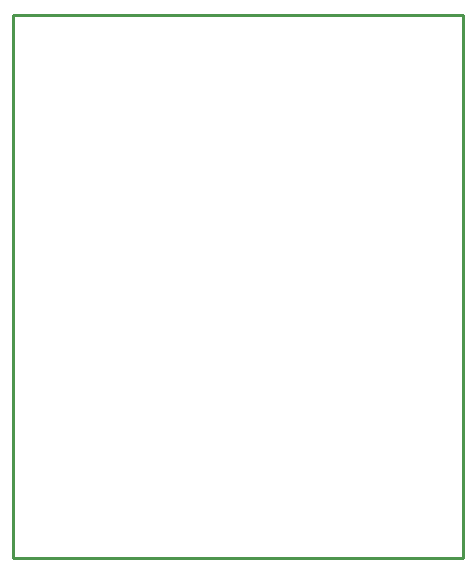
<source format=gko>
%FSLAX25Y25*%
%MOIN*%
G70*
G01*
G75*
G04 Layer_Color=16711935*
%ADD10R,0.05906X0.03937*%
%ADD11R,0.03937X0.05906*%
%ADD12R,0.11024X0.07874*%
%ADD13R,0.05512X0.07087*%
%ADD14R,0.07874X0.14961*%
%ADD15R,0.10000X0.20000*%
%ADD16R,0.01700X0.06600*%
%ADD17R,0.15748X0.07874*%
%ADD18R,0.10000X0.03000*%
%ADD19R,0.09000X0.15000*%
%ADD20R,0.08465X0.05000*%
%ADD21R,0.03500X0.05000*%
%ADD22R,0.04200X0.02600*%
%ADD23R,0.05512X0.06299*%
%ADD24R,0.09449X0.06299*%
%ADD25C,0.02000*%
%ADD26C,0.05000*%
%ADD27C,0.06000*%
%ADD28C,0.04500*%
%ADD29C,0.05500*%
%ADD30C,0.01500*%
%ADD31C,0.03000*%
%ADD32C,0.04000*%
%ADD33C,0.02500*%
%ADD34C,0.01000*%
%ADD35R,0.08000X0.04428*%
%ADD36R,0.07572X0.06428*%
%ADD37R,0.06500X0.08500*%
%ADD38R,0.04500X0.03500*%
%ADD39R,0.04000X0.12000*%
%ADD40R,0.04700X0.09400*%
%ADD41R,0.10000X0.05200*%
%ADD42R,0.15100X0.28000*%
%ADD43R,0.08000X0.06500*%
%ADD44R,0.07500X0.03500*%
%ADD45C,0.07874*%
%ADD46C,0.13780*%
%ADD47C,0.10000*%
%ADD48C,0.04000*%
%ADD49C,0.07000*%
%ADD50C,0.05000*%
%ADD51R,0.04724X0.09449*%
%ADD52R,0.11024X0.04724*%
%ADD53R,0.23500X0.29000*%
%ADD54C,0.00394*%
%ADD55C,0.00200*%
%ADD56C,0.00300*%
%ADD57C,0.00197*%
%ADD58C,0.00500*%
%ADD59C,0.00787*%
%ADD60C,0.00050*%
%ADD61C,0.00800*%
%ADD62R,0.02100X0.06299*%
%ADD63R,0.06000X0.16929*%
%ADD64R,0.02100X0.06299*%
%ADD65R,0.02300X0.06299*%
%ADD66R,0.06906X0.04937*%
%ADD67R,0.04937X0.06906*%
%ADD68R,0.12024X0.08874*%
%ADD69R,0.06512X0.08087*%
%ADD70R,0.08874X0.15961*%
%ADD71R,0.11000X0.21000*%
%ADD72R,0.02700X0.07600*%
%ADD73R,0.16748X0.08874*%
%ADD74R,0.11000X0.04000*%
%ADD75R,0.10000X0.16000*%
%ADD76R,0.09465X0.06000*%
%ADD77R,0.04500X0.06000*%
%ADD78R,0.05200X0.03600*%
%ADD79R,0.06512X0.07299*%
%ADD80R,0.10449X0.07299*%
%ADD81C,0.08874*%
%ADD82C,0.14779*%
%ADD83C,0.11000*%
%ADD84C,0.08000*%
%ADD85C,0.06000*%
%ADD86R,0.05724X0.10449*%
%ADD87R,0.12024X0.05724*%
%ADD88C,0.01969*%
%ADD89C,0.01181*%
D34*
X139500Y-10000D02*
Y171000D01*
X-10500Y-10000D02*
X139500D01*
X-10500Y171000D02*
X139500D01*
X-10500Y-10000D02*
Y171000D01*
M02*

</source>
